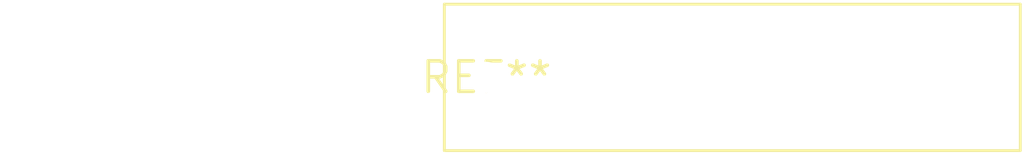
<source format=kicad_pcb>
(kicad_pcb (version 20240108) (generator pcbnew)
  (layers (0 "F.Cu" signal) (31 "B.Cu" signal) (34 "B.Paste" user) (35 "F.Paste" user) (36 "B.SilkS" user "B.Silkscreen") (37 "F.SilkS" user "F.Silkscreen") (38 "B.Mask" user) (39 "F.Mask" user) (44 "Edge.Cuts" user))
  (net 0 "")
  (footprint "Fuseholder_Littelfuse_100_series_5x20mm" (layer "F.Cu") (at 0 0)
    (property "Reference" "REF**")
    (property "Value" "Fuseholder_Littelfuse_100_series_5x20mm")
    (fp_line (start -1.75 -3.05) (end 22.25 -3.05) (layer "F.SilkS") (stroke (width 0.12)))
    (fp_line (start -1.75 3.05) (end -1.75 -3.05) (layer "F.SilkS") (stroke (width 0.12)))
    (fp_line (start 22.25 -3.05) (end 22.25 3.05) (layer "F.SilkS") (stroke (width 0.12)))
    (fp_line (start 22.25 3.05) (end -1.75 3.05) (layer "F.SilkS") (stroke (width 0.12)))
    (pad "1" thru_hole circle (at 0 0) (size 2.3 2.3) (drill 1.3) (layers *.Cu *.Mask) (remove_unused_layers))
    (pad "1" thru_hole circle (at 4.6 0) (size 2.3 2.3) (drill 1.3) (layers *.Cu *.Mask) (remove_unused_layers))
    (pad "2" thru_hole circle (at 15.9 0) (size 2.3 2.3) (drill 1.3) (layers *.Cu *.Mask) (remove_unused_layers))
    (pad "2" thru_hole circle (at 20.5 0) (size 2.3 2.3) (drill 1.3) (layers *.Cu *.Mask) (remove_unused_layers))
  )
)
</source>
